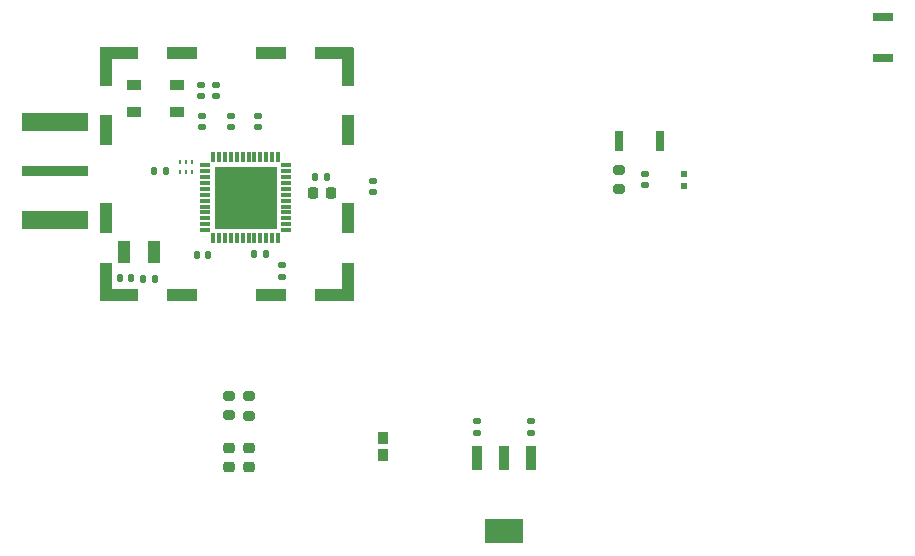
<source format=gbr>
%TF.GenerationSoftware,KiCad,Pcbnew,7.0.10*%
%TF.CreationDate,2024-05-16T11:59:50+01:00*%
%TF.ProjectId,RF_Race_Car,52465f52-6163-4655-9f43-61722e6b6963,rev?*%
%TF.SameCoordinates,Original*%
%TF.FileFunction,Paste,Top*%
%TF.FilePolarity,Positive*%
%FSLAX46Y46*%
G04 Gerber Fmt 4.6, Leading zero omitted, Abs format (unit mm)*
G04 Created by KiCad (PCBNEW 7.0.10) date 2024-05-16 11:59:50*
%MOMM*%
%LPD*%
G01*
G04 APERTURE LIST*
G04 Aperture macros list*
%AMRoundRect*
0 Rectangle with rounded corners*
0 $1 Rounding radius*
0 $2 $3 $4 $5 $6 $7 $8 $9 X,Y pos of 4 corners*
0 Add a 4 corners polygon primitive as box body*
4,1,4,$2,$3,$4,$5,$6,$7,$8,$9,$2,$3,0*
0 Add four circle primitives for the rounded corners*
1,1,$1+$1,$2,$3*
1,1,$1+$1,$4,$5*
1,1,$1+$1,$6,$7*
1,1,$1+$1,$8,$9*
0 Add four rect primitives between the rounded corners*
20,1,$1+$1,$2,$3,$4,$5,0*
20,1,$1+$1,$4,$5,$6,$7,0*
20,1,$1+$1,$6,$7,$8,$9,0*
20,1,$1+$1,$8,$9,$2,$3,0*%
G04 Aperture macros list end*
%ADD10RoundRect,0.140000X0.140000X0.170000X-0.140000X0.170000X-0.140000X-0.170000X0.140000X-0.170000X0*%
%ADD11RoundRect,0.140000X-0.170000X0.140000X-0.170000X-0.140000X0.170000X-0.140000X0.170000X0.140000X0*%
%ADD12RoundRect,0.200000X0.275000X-0.200000X0.275000X0.200000X-0.275000X0.200000X-0.275000X-0.200000X0*%
%ADD13RoundRect,0.140000X0.170000X-0.140000X0.170000X0.140000X-0.170000X0.140000X-0.170000X-0.140000X0*%
%ADD14RoundRect,0.200000X-0.275000X0.200000X-0.275000X-0.200000X0.275000X-0.200000X0.275000X0.200000X0*%
%ADD15RoundRect,0.218750X-0.218750X-0.256250X0.218750X-0.256250X0.218750X0.256250X-0.218750X0.256250X0*%
%ADD16R,0.900000X0.300000*%
%ADD17R,0.300000X0.900000*%
%ADD18R,5.250000X5.250000*%
%ADD19R,0.800000X1.700000*%
%ADD20R,0.901600X2.066000*%
%ADD21R,3.201599X2.066000*%
%ADD22RoundRect,0.140000X-0.140000X-0.170000X0.140000X-0.170000X0.140000X0.170000X-0.140000X0.170000X0*%
%ADD23R,0.970000X1.000000*%
%ADD24R,1.700000X0.800000*%
%ADD25R,2.600000X1.000000*%
%ADD26R,3.300000X1.000000*%
%ADD27R,1.000000X3.300000*%
%ADD28R,1.000000X2.600000*%
%ADD29RoundRect,0.218750X0.256250X-0.218750X0.256250X0.218750X-0.256250X0.218750X-0.256250X-0.218750X0*%
%ADD30R,1.244600X0.889000*%
%ADD31R,0.500000X0.600000*%
%ADD32R,5.600000X0.900000*%
%ADD33R,5.600000X1.650000*%
%ADD34R,1.100000X1.900000*%
%ADD35R,0.254000X0.457200*%
G04 APERTURE END LIST*
D10*
%TO.C,C4*%
X115930000Y-89700000D03*
X114970000Y-89700000D03*
%TD*%
D11*
%TO.C,C3*%
X122200000Y-90570000D03*
X122200000Y-91530000D03*
%TD*%
D12*
%TO.C,R1*%
X150747336Y-84153167D03*
X150747336Y-82503167D03*
%TD*%
D11*
%TO.C,C14*%
X116620898Y-75272868D03*
X116620898Y-76232868D03*
%TD*%
D13*
%TO.C,C15*%
X143264252Y-104736943D03*
X143264252Y-103776943D03*
%TD*%
D14*
%TO.C,R3*%
X119400000Y-101660000D03*
X119400000Y-103310000D03*
%TD*%
D15*
%TO.C,L1*%
X124772275Y-84490250D03*
X126347275Y-84490250D03*
%TD*%
D16*
%TO.C,IC1*%
X115650000Y-82100000D03*
X115650000Y-82600000D03*
X115650000Y-83100000D03*
X115650000Y-83600000D03*
X115650000Y-84100000D03*
X115650000Y-84600000D03*
X115650000Y-85100000D03*
X115650000Y-85600000D03*
X115650000Y-86100000D03*
X115650000Y-86600000D03*
X115650000Y-87100000D03*
X115650000Y-87600000D03*
D17*
X116350000Y-88300000D03*
X116850000Y-88300000D03*
X117350000Y-88300000D03*
X117850000Y-88300000D03*
X118350000Y-88300000D03*
X118850000Y-88300000D03*
X119350000Y-88300000D03*
X119850000Y-88300000D03*
X120350000Y-88300000D03*
X120850000Y-88300000D03*
X121350000Y-88300000D03*
X121850000Y-88300000D03*
D16*
X122550000Y-87600000D03*
X122550000Y-87100000D03*
X122550000Y-86600000D03*
X122550000Y-86100000D03*
X122550000Y-85600000D03*
X122550000Y-85100000D03*
X122550000Y-84600000D03*
X122550000Y-84100000D03*
X122550000Y-83600000D03*
X122550000Y-83100000D03*
X122550000Y-82600000D03*
X122550000Y-82100000D03*
D17*
X121850000Y-81400000D03*
X121350000Y-81400000D03*
X120850000Y-81400000D03*
X120350000Y-81400000D03*
X119850000Y-81400000D03*
X119350000Y-81400000D03*
X118850000Y-81400000D03*
X118350000Y-81400000D03*
X117850000Y-81400000D03*
X117350000Y-81400000D03*
X116850000Y-81400000D03*
X116350000Y-81400000D03*
D18*
X119100000Y-84850000D03*
%TD*%
D13*
%TO.C,C10*%
X117900000Y-78880000D03*
X117900000Y-77920000D03*
%TD*%
D19*
%TO.C,S1*%
X150752171Y-80080549D03*
X154152171Y-80080549D03*
%TD*%
D10*
%TO.C,C2*%
X111400000Y-91700000D03*
X110440000Y-91700000D03*
%TD*%
D20*
%TO.C,U1*%
X143270000Y-106878400D03*
X140970000Y-106878400D03*
X138670000Y-106878400D03*
D21*
X140970000Y-113030000D03*
%TD*%
D22*
%TO.C,C8*%
X111382165Y-82616583D03*
X112342165Y-82616583D03*
%TD*%
%TO.C,C6*%
X124993153Y-83134516D03*
X125953153Y-83134516D03*
%TD*%
D13*
%TO.C,C7*%
X120150000Y-78860000D03*
X120150000Y-77900000D03*
%TD*%
D23*
%TO.C,FL1*%
X130770000Y-106665000D03*
X130770000Y-105195000D03*
%TD*%
D10*
%TO.C,C5*%
X120810000Y-89600000D03*
X119850000Y-89600000D03*
%TD*%
D24*
%TO.C,S2*%
X173066025Y-72990187D03*
X173066025Y-69590187D03*
%TD*%
D25*
%TO.C,*%
X113750000Y-93100000D03*
X121250000Y-93100000D03*
D26*
X126600000Y-93100000D03*
D27*
X127750000Y-91950000D03*
D28*
X127750000Y-86600000D03*
X127750000Y-79100000D03*
D27*
X127750000Y-73750000D03*
D26*
X126600000Y-72600000D03*
D25*
X121250000Y-72600000D03*
X113750000Y-72600000D03*
D26*
X108400000Y-72600000D03*
D27*
X107250000Y-73750000D03*
D28*
X107250000Y-79100000D03*
X107250000Y-86600000D03*
D27*
X107250000Y-91950000D03*
D26*
X108400000Y-93100000D03*
%TD*%
D13*
%TO.C,C11*%
X115400000Y-78860000D03*
X115400000Y-77900000D03*
%TD*%
D22*
%TO.C,C1*%
X108476064Y-91672773D03*
X109436064Y-91672773D03*
%TD*%
D29*
%TO.C,D3*%
X119380000Y-107650000D03*
X119380000Y-106075000D03*
%TD*%
D30*
%TO.C,Y1*%
X113291944Y-77572294D03*
X109685144Y-77572294D03*
X109685144Y-75272294D03*
X113291944Y-75272294D03*
%TD*%
D11*
%TO.C,C13*%
X115363319Y-75283093D03*
X115363319Y-76243093D03*
%TD*%
D13*
%TO.C,C9*%
X129850045Y-84362577D03*
X129850045Y-83402577D03*
%TD*%
D29*
%TO.C,D2*%
X117692524Y-107644544D03*
X117692524Y-106069544D03*
%TD*%
D31*
%TO.C,D1*%
X156210000Y-82820000D03*
X156210000Y-83820000D03*
%TD*%
D32*
%TO.C,J1*%
X102950000Y-82575000D03*
D33*
X102950000Y-86700000D03*
X102950000Y-78450000D03*
%TD*%
D13*
%TO.C,C16*%
X138655444Y-104736943D03*
X138655444Y-103776943D03*
%TD*%
D34*
%TO.C,Y2*%
X108825586Y-89455584D03*
X111325586Y-89455584D03*
%TD*%
D35*
%TO.C,U2*%
X113524000Y-82648200D03*
X114032000Y-82648200D03*
X114540000Y-82648200D03*
X114540000Y-81810000D03*
X114032000Y-81810000D03*
X113524000Y-81810000D03*
%TD*%
D11*
%TO.C,C12*%
X152938726Y-82820159D03*
X152938726Y-83780159D03*
%TD*%
D14*
%TO.C,R2*%
X117700948Y-101634031D03*
X117700948Y-103284031D03*
%TD*%
M02*

</source>
